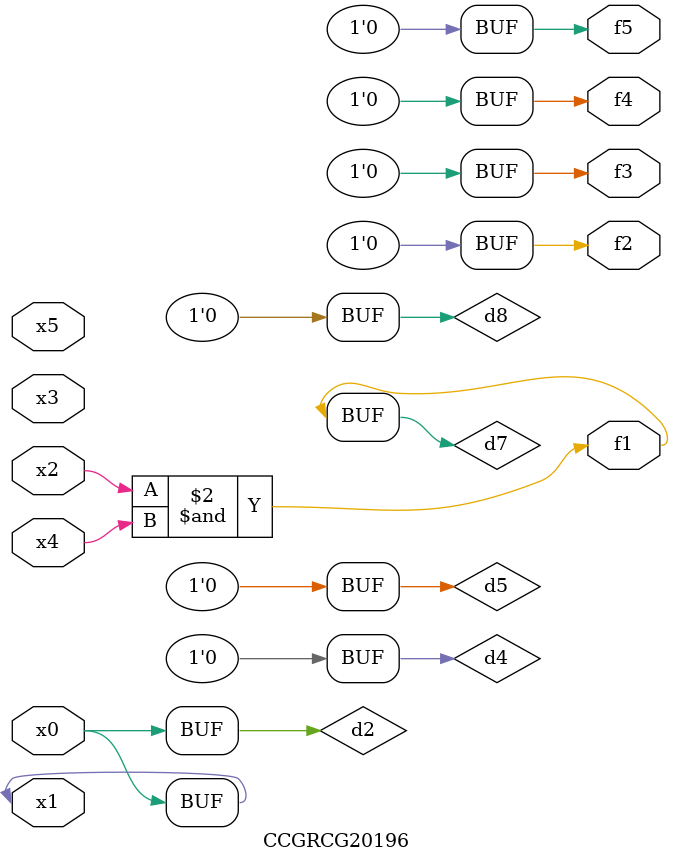
<source format=v>
module CCGRCG20196(
	input x0, x1, x2, x3, x4, x5,
	output f1, f2, f3, f4, f5
);

	wire d1, d2, d3, d4, d5, d6, d7, d8, d9;

	nand (d1, x1);
	buf (d2, x0, x1);
	nand (d3, x2, x4);
	and (d4, d1, d2);
	and (d5, d1, d2);
	nand (d6, d1, d3);
	not (d7, d3);
	xor (d8, d5);
	nor (d9, d5, d6);
	assign f1 = d7;
	assign f2 = d8;
	assign f3 = d8;
	assign f4 = d8;
	assign f5 = d8;
endmodule

</source>
